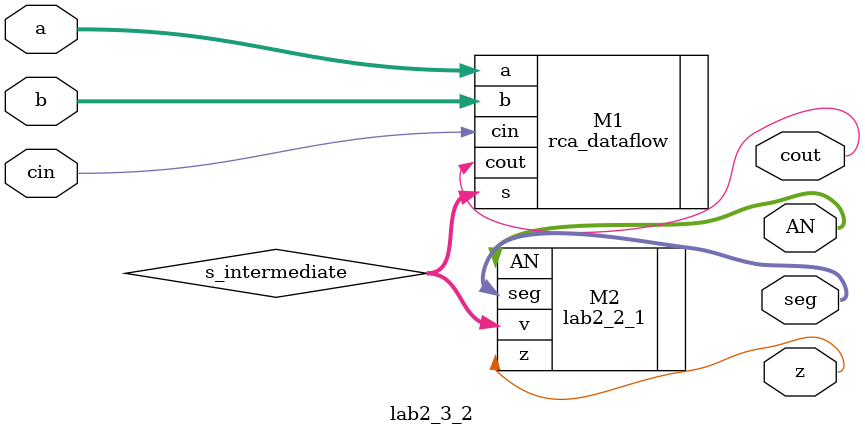
<source format=v>
module lab2_3_2(
    input [3:0] a,
    input [3:0] b,
    input cin,
    output cout,
    output [6:0] seg,
    output [7:0] AN,
    output z
    );
    wire [3:0] s_intermediate;
    rca_dataflow M1(.a(a), .b(b), .cin(cin), .cout(cout), .s(s_intermediate));
    lab2_2_1 M2 (.v(s_intermediate), .z(z), .seg(seg), .AN(AN));
endmodule

</source>
